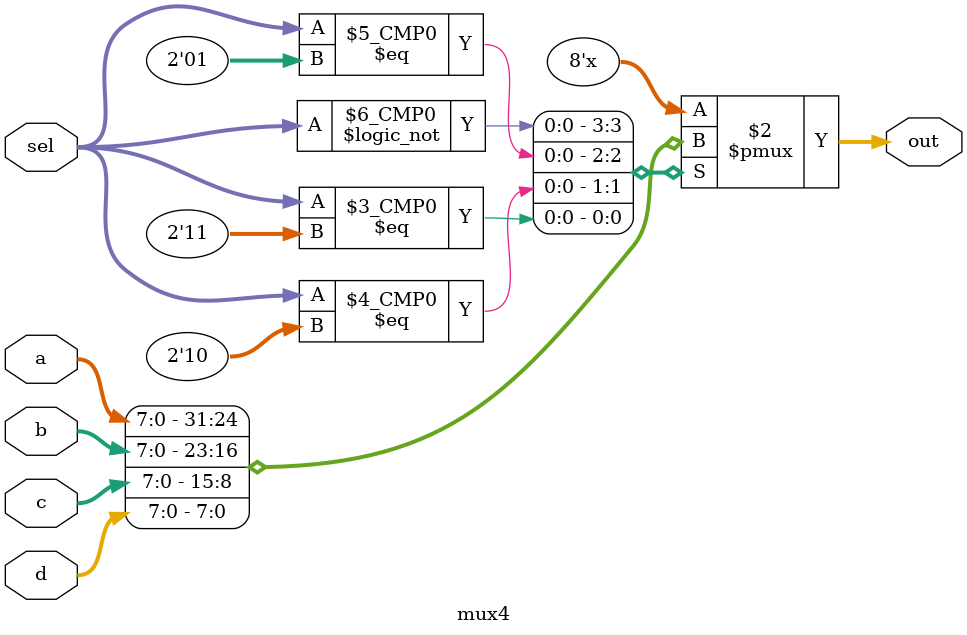
<source format=v>
module mux4 #(parameter WIDTH = 8)(
	input [WIDTH - 1: 0] a,
	input [WIDTH - 1: 0] b,
	input [WIDTH - 1: 0] c,
	input [WIDTH - 1: 0] d,
	input [1:0] sel,
	output reg [WIDTH - 1: 0] out);
	
	always @(*) begin
		case(sel)
			2'b00 : out <= a;
			2'b01 : out <= b;
			2'b10 : out <= c;
			2'b11 : out <= d;
		endcase
	end
endmodule
	
</source>
